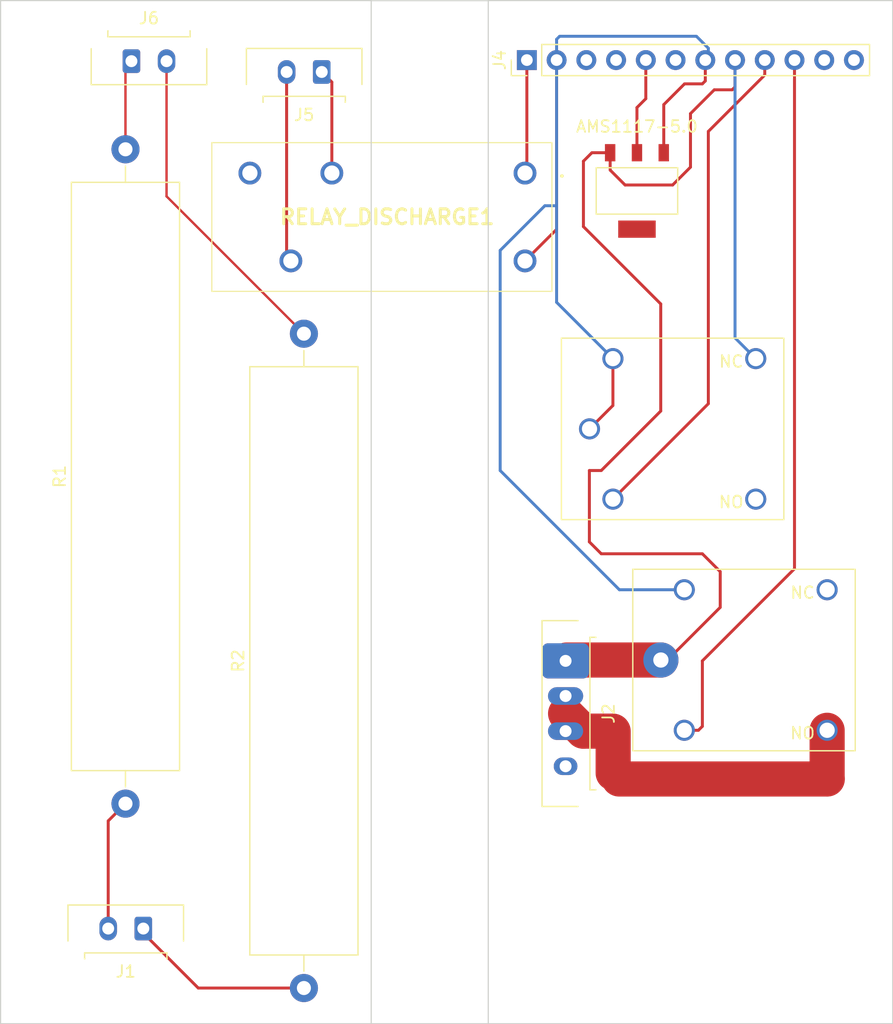
<source format=kicad_pcb>
(kicad_pcb (version 20211014) (generator pcbnew)
  (layers (0 "F.Cu" signal) (31 "B.Cu" signal) (34 "B.Paste" user) (35 "F.Paste" user) (36 "B.SilkS" user "B.Silkscreen") (37 "F.SilkS" user "F.Silkscreen") (38 "B.Mask" user) (39 "F.Mask" user) (44 "Edge.Cuts" user))
  (net 0 "")
  (net 1 "Net-(J1-Pad2)")
  (net 2 "TSMP+")
  (net 3 "Net-(J1-Pad1)")
  (net 4 "TSMP-")
  (net 5 "GND_HALL")
  (net 6 "PUMP_SIGNAL")
  (net 7 "HV_ACTIVE_JNC")
  (net 8 "HV+")
  (net 9 "R_DISCHARGE")
  (net 10 "RADIATOR_FAN")
  (net 11 "LV_FAN")
  (net 12 "FAN_PWR_LEFT")
  (net 13 "5V_HALL")
  (net 14 "HVD_INTERLOCK_IN")
  (net 15 "HVD_INTERLOCK_OUT")
  (net 16 "HALL")
  (net 17 "PUMP")
  (footprint "Connector_PinHeader_2.54mm:PinHeader_1x12_P2.54mm_Vertical" (layer "F.Cu") (at 120.137 69.088 90)
    (fp_text reference "J4" (at 0 -2.33 90) (layer "F.SilkS"))
    (fp_text value "Conn_01x12_Male")
    (fp_line (start -1.33 -1.33) (end 0 -1.33) (layer "F.SilkS") (width 0.12))
    (fp_line (start 1.33 1.27) (end 1.33 29.27) (layer "F.SilkS") (width 0.12))
    (fp_line (start -1.33 1.27) (end -1.33 29.27) (layer "F.SilkS") (width 0.12))
    (fp_line (start -1.33 1.27) (end 1.33 1.27) (layer "F.SilkS") (width 0.12))
    (fp_line (start -1.33 0) (end -1.33 -1.33) (layer "F.SilkS") (width 0.12))
    (fp_line (start -1.33 29.27) (end 1.33 29.27) (layer "F.SilkS") (width 0.12))
    (pad "1" thru_hole rect (at 0 0 90) (size 1.7 1.7) (drill 1) (layers *.Cu *.Mask) (net 7 "HV_ACTIVE_JNC"))
    (pad "2" thru_hole oval (at 0 2.54 90) (size 1.7 1.7) (drill 1) (layers *.Cu *.Mask) (net 5 "GND_HALL"))
    (pad "3" thru_hole oval (at 0 5.08 90) (size 1.7 1.7) (drill 1) (layers *.Cu *.Mask) (net 14 "HVD_INTERLOCK_IN"))
    (pad "4" thru_hole oval (at 0 7.62 90) (size 1.7 1.7) (drill 1) (layers *.Cu *.Mask) (net 15 "HVD_INTERLOCK_OUT"))
    (pad "5" thru_hole oval (at 0 10.16 90) (size 1.7 1.7) (drill 1) (layers *.Cu *.Mask) (net 13 "5V_HALL"))
    (pad "6" thru_hole oval (at 0 12.7 90) (size 1.7 1.7) (drill 1) (layers *.Cu *.Mask) (net 16 "HALL"))
    (pad "7" thru_hole oval (at 0 15.24 90) (size 1.7 1.7) (drill 1) (layers *.Cu *.Mask) (net 5 "GND_HALL"))
    (pad "8" thru_hole oval (at 0 17.78 90) (size 1.7 1.7) (drill 1) (layers *.Cu *.Mask) (net 6 "PUMP_SIGNAL"))
    (pad "9" thru_hole oval (at 0 20.32 90) (size 1.7 1.7) (drill 1) (layers *.Cu *.Mask) (net 17 "PUMP"))
    (pad "10" thru_hole oval (at 0 22.86 90) (size 1.7 1.7) (drill 1) (layers *.Cu *.Mask) (net 10 "RADIATOR_FAN"))
    (pad "11" thru_hole oval (at 0 25.4 90) (size 1.7 1.7) (drill 1) (layers *.Cu *.Mask))
    (pad "12" thru_hole oval (at 0 27.94 90) (size 1.7 1.7) (drill 1) (layers *.Cu *.Mask))
  )
  (footprint "Connector_Molex:Molex_Micro-Fit_3.0_43650-0215_1x02_P3.00mm_Vertical" (layer "F.Cu") (at 102.616 70.104 180)
    (fp_text reference "J5" (at 1.5 -3.67) (layer "F.SilkS"))
    (fp_text value "Conn_01x02_Male")
    (fp_line (start 5.015 -2.58) (end 4.995 -2.58) (layer "F.SilkS") (width 0.12))
    (fp_line (start -2.015 -2.08) (end 5.015 -2.08) (layer "F.SilkS") (width 0.12))
    (fp_line (start -1.995 -2.58) (end -2.015 -2.58) (layer "F.SilkS") (width 0.12))
    (fp_line (start -2.015 -2.58) (end -2.015 -2.08) (layer "F.SilkS") (width 0.12))
    (fp_line (start 5.015 -2.08) (end 5.015 -2.58) (layer "F.SilkS") (width 0.12))
    (fp_line (start 6.435 2.01) (end 6.435 -1.065) (layer "F.SilkS") (width 0.12))
    (fp_line (start -3.435 -1.065) (end -3.435 2.01) (layer "F.SilkS") (width 0.12))
    (fp_line (start -3.435 2.01) (end 6.435 2.01) (layer "F.SilkS") (width 0.12))
    (pad "" np_thru_hole circle (at -3 -1.96 180) (size 1.27 1.27) (drill 1.27) (layers *.Cu *.Mask))
    (pad "" np_thru_hole circle (at 6 -1.96 180) (size 1.27 1.27) (drill 1.27) (layers *.Cu *.Mask))
    (pad "1" thru_hole roundrect (at 0 0 180) (size 1.5 2.02) (drill 1.02) (layers *.Cu *.Mask) (roundrect_rratio 0.166667) (net 8 "HV+"))
    (pad "2" thru_hole oval (at 3 0 180) (size 1.5 2.02) (drill 1.02) (layers *.Cu *.Mask) (net 9 "R_DISCHARGE"))
  )
  (footprint "Resistor_THT:R_Axial_Power_L50.0mm_W9.0mm_P55.88mm" (layer "F.Cu") (at 101.092 148.336 90)
    (fp_text reference "R2" (at 27.94 -5.62 90) (layer "F.SilkS"))
    (fp_text value "10k")
    (fp_line (start 2.82 -4.62) (end 2.82 4.62) (layer "F.SilkS") (width 0.12))
    (fp_line (start 53.06 4.62) (end 53.06 -4.62) (layer "F.SilkS") (width 0.12))
    (fp_line (start 53.06 -4.62) (end 2.82 -4.62) (layer "F.SilkS") (width 0.12))
    (fp_line (start 2.82 4.62) (end 53.06 4.62) (layer "F.SilkS") (width 0.12))
    (fp_line (start 54.44 0) (end 53.06 0) (layer "F.SilkS") (width 0.12))
    (fp_line (start 1.44 0) (end 2.82 0) (layer "F.SilkS") (width 0.12))
    (pad "1" thru_hole circle (at 0 0 90) (size 2.4 2.4) (drill 1.2) (layers *.Cu *.Mask) (net 3 "Net-(J1-Pad1)"))
    (pad "2" thru_hole oval (at 55.88 0 90) (size 2.4 2.4) (drill 1.2) (layers *.Cu *.Mask) (net 4 "TSMP-"))
  )
  (footprint "Connector_Molex:Molex_Micro-Fit_3.0_43650-0415_1x04_P3.00mm_Vertical" (layer "F.Cu") (at 123.444 120.396 -90)
    (fp_text reference "J2" (at 4.5 -3.67 90) (layer "F.SilkS"))
    (fp_text value "Conn_01x04_Male")
    (fp_line (start -2.015 -2.58) (end -2.015 -2.08) (layer "F.SilkS") (width 0.12))
    (fp_line (start 12.435 2.01) (end 12.435 -1.065) (layer "F.SilkS") (width 0.12))
    (fp_line (start 11.015 -2.08) (end 11.015 -2.58) (layer "F.SilkS") (width 0.12))
    (fp_line (start -2.015 -2.08) (end 11.015 -2.08) (layer "F.SilkS") (width 0.12))
    (fp_line (start -3.435 2.01) (end 12.435 2.01) (layer "F.SilkS") (width 0.12))
    (fp_line (start 11.015 -2.58) (end 10.995 -2.58) (layer "F.SilkS") (width 0.12))
    (fp_line (start -3.435 -1.065) (end -3.435 2.01) (layer "F.SilkS") (width 0.12))
    (fp_line (start -1.995 -2.58) (end -2.015 -2.58) (layer "F.SilkS") (width 0.12))
    (pad "" np_thru_hole circle (at 12 -1.96 270) (size 1.27 1.27) (drill 1.27) (layers *.Cu *.Mask))
    (pad "" np_thru_hole circle (at -3 -1.96 270) (size 1.27 1.27) (drill 1.27) (layers *.Cu *.Mask))
    (pad "1" thru_hole roundrect (at 0 0 270) (size 3 4) (drill 1.02) (layers *.Cu *.Mask) (roundrect_rratio 0.166667) (net 11 "LV_FAN"))
    (pad "2" thru_hole oval (at 3 0 270) (size 1.5 3) (drill 1.02) (layers *.Cu *.Mask) (net 12 "FAN_PWR_LEFT"))
    (pad "3" thru_hole oval (at 6 0 270) (size 1.5 3) (drill 1.02) (layers *.Cu *.Mask) (net 12 "FAN_PWR_LEFT"))
    (pad "4" thru_hole oval (at 9 0 270) (size 1.5 2.02) (drill 1.02) (layers *.Cu *.Mask))
  )
  (footprint "Goolgle_Drive_Library:G2RL112DC" (layer "F.Cu") (at 119.979 78.74 180)
    (fp_text reference "RELAY_DISCHARGE1" (at 11.775 -3.75) (layer "F.SilkS") (effects (font (size 1.27 1.27) (thickness 0.254))))
    (fp_text value "G2RL-1_12DC" hide)
    (fp_line (start -3.2 -0.25) (end -3.2 -0.25) (layer "F.SilkS") (width 0.2))
    (fp_line (start -2.3 2.6) (end -2.3 -10.1) (layer "F.SilkS") (width 0.1))
    (fp_line (start -3.2 -0.25) (end -3.2 -0.25) (layer "F.SilkS") (width 0.2))
    (fp_line (start -2.3 -10.1) (end 26.75 -10.1) (layer "F.SilkS") (width 0.1))
    (fp_line (start 26.75 -10.1) (end 26.75 2.6) (layer "F.SilkS") (width 0.1))
    (fp_line (start -3.1 -0.25) (end -3.1 -0.25) (layer "F.SilkS") (width 0.2))
    (fp_line (start 26.75 2.6) (end -2.3 2.6) (layer "F.SilkS") (width 0.1))
    (fp_arc (start -3.1 -0.25) (mid -3.15 -0.2) (end -3.2 -0.25) (layer "F.SilkS") (width 0.2))
    (fp_arc (start -3.1 -0.25) (mid -3.15 -0.2) (end -3.2 -0.25) (layer "F.SilkS") (width 0.2))
    (fp_arc (start -3.2 -0.25) (mid -3.15 -0.3) (end -3.1 -0.25) (layer "F.SilkS") (width 0.2))
    (pad "1" thru_hole circle locked (at 0 0 180) (size 1.95 1.95) (drill 1.3) (layers *.Cu *.Mask) (net 7 "HV_ACTIVE_JNC"))
    (pad "2" thru_hole circle locked (at 16.5 0 180) (size 1.95 1.95) (drill 1.3) (layers *.Cu *.Mask) (net 8 "HV+"))
    (pad "3" thru_hole circle locked (at 23.5 0 180) (size 1.95 1.95) (drill 1.3) (layers *.Cu *.Mask))
    (pad "4" thru_hole circle locked (at 20 -7.5 180) (size 1.95 1.95) (drill 1.3) (layers *.Cu *.Mask) (net 9 "R_DISCHARGE"))
    (pad "5" thru_hole circle locked (at 0 -7.5 180) (size 1.95 1.95) (drill 1.3) (layers *.Cu *.Mask) (net 5 "GND_HALL"))
  )
  (footprint "Goolgle_Drive_Library:HR702NH-DC12V" (layer "F.Cu") (at 123.088 92.834)
    (fp_text reference "K2" hide)
    (fp_text value "HR702NH-DC12V")
    (fp_text user "NC" (at 14.5 2 unlocked) (layer "F.SilkS"))
    (fp_text user "NO" (at 14.5 14 unlocked) (layer "F.SilkS"))
    (fp_rect (start 0 0) (end 19 15.5) (layer "F.SilkS") (width 0.12) (fill none))
    (pad "1" thru_hole circle (at 16.6 13.75) (size 1.8 1.8) (drill 1.3) (layers *.Cu *.Mask))
    (pad "2" thru_hole circle (at 4.4 13.75) (size 1.8 1.8) (drill 1.3) (layers *.Cu *.Mask) (net 17 "PUMP"))
    (pad "6" thru_hole circle (at 4.4 1.75) (size 1.8 1.8) (drill 1.3) (layers *.Cu *.Mask) (net 5 "GND_HALL"))
    (pad "7" thru_hole circle (at 2.4 7.75) (size 1.8 1.8) (drill 1.3) (layers *.Cu *.Mask) (net 5 "GND_HALL"))
    (pad "14" thru_hole circle (at 16.6 1.75) (size 1.8 1.8) (drill 1.3) (layers *.Cu *.Mask "F.Adhes") (net 6 "PUMP_SIGNAL"))
  )
  (footprint "Goolgle_Drive_Library:AMS1117-5.0" (layer "F.Cu") (at 129.54 80.264 180)
    (fp_text reference "U2" hide)
    (fp_text value "AMS1117-5.0" (at 0 5.5) (layer "F.SilkS"))
    (fp_line (start -3.4798 -1.9812) (end -3.4798 1.9812) (layer "F.SilkS") (width 0.12))
    (fp_line (start 3.4798 -1.9812) (end -3.4798 -1.9812) (layer "F.SilkS") (width 0.12))
    (fp_line (start -3.4798 1.9812) (end 3.4798 1.9812) (layer "F.SilkS") (width 0.12))
    (fp_line (start 3.4798 1.9812) (end 3.4798 -1.9812) (layer "F.SilkS") (width 0.12))
    (pad "1" smd rect (at -2.29 3.2639 180) (size 0.889 1.4732) (layers "F.Cu" "F.Paste" "F.Mask") (net 5 "GND_HALL"))
    (pad "2" smd rect (at 0 3.2639 180) (size 0.889 1.4732) (layers "F.Cu" "F.Paste" "F.Mask") (net 13 "5V_HALL"))
    (pad "3" smd rect (at 2.29 3.2639 180) (size 0.889 1.4732) (layers "F.Cu" "F.Paste" "F.Mask") (net 11 "LV_FAN"))
    (pad "4" smd rect (at 0 -3.2639 180) (size 3.2004 1.4732) (layers "F.Cu" "F.Paste" "F.Mask"))
  )
  (footprint "Connector_Molex:Molex_Micro-Fit_3.0_43650-0215_1x02_P3.00mm_Vertical" (layer "F.Cu") (at 87.376 143.256 180)
    (fp_text reference "J1" (at 1.5 -3.67) (layer "F.SilkS"))
    (fp_text value "Conn_01x02_Male")
    (fp_line (start -2.015 -2.58) (end -2.015 -2.08) (layer "F.SilkS") (width 0.12))
    (fp_line (start 5.015 -2.58) (end 4.995 -2.58) (layer "F.SilkS") (width 0.12))
    (fp_line (start -3.435 2.01) (end 6.435 2.01) (layer "F.SilkS") (width 0.12))
    (fp_line (start -1.995 -2.58) (end -2.015 -2.58) (layer "F.SilkS") (width 0.12))
    (fp_line (start 6.435 2.01) (end 6.435 -1.065) (layer "F.SilkS") (width 0.12))
    (fp_line (start 5.015 -2.08) (end 5.015 -2.58) (layer "F.SilkS") (width 0.12))
    (fp_line (start -3.435 -1.065) (end -3.435 2.01) (layer "F.SilkS") (width 0.12))
    (fp_line (start -2.015 -2.08) (end 5.015 -2.08) (layer "F.SilkS") (width 0.12))
    (pad "" np_thru_hole circle (at 6 -1.96 180) (size 1.27 1.27) (drill 1.27) (layers *.Cu *.Mask))
    (pad "" np_thru_hole circle (at -3 -1.96 180) (size 1.27 1.27) (drill 1.27) (layers *.Cu *.Mask))
    (pad "1" thru_hole roundrect (at 0 0 180) (size 1.5 2.02) (drill 1.02) (layers *.Cu *.Mask) (roundrect_rratio 0.166667) (net 3 "Net-(J1-Pad1)"))
    (pad "2" thru_hole oval (at 3 0 180) (size 1.5 2.02) (drill 1.02) (layers *.Cu *.Mask) (net 1 "Net-(J1-Pad2)"))
  )
  (footprint "Connector_Molex:Molex_Micro-Fit_3.0_43650-0215_1x02_P3.00mm_Vertical" (layer "F.Cu") (at 86.36 69.181)
    (fp_text reference "J6" (at 1.5 -3.67) (layer "F.SilkS"))
    (fp_text value "Conn_01x02_Female")
    (fp_line (start 6.435 2.01) (end 6.435 -1.065) (layer "F.SilkS") (width 0.12))
    (fp_line (start -3.435 -1.065) (end -3.435 2.01) (layer "F.SilkS") (width 0.12))
    (fp_line (start -2.015 -2.58) (end -2.015 -2.08) (layer "F.SilkS") (width 0.12))
    (fp_line (start -2.015 -2.08) (end 5.015 -2.08) (layer "F.SilkS") (width 0.12))
    (fp_line (start 5.015 -2.08) (end 5.015 -2.58) (layer "F.SilkS") (width 0.12))
    (fp_line (start -1.995 -2.58) (end -2.015 -2.58) (layer "F.SilkS") (width 0.12))
    (fp_line (start 5.015 -2.58) (end 4.995 -2.58) (layer "F.SilkS") (width 0.12))
    (fp_line (start -3.435 2.01) (end 6.435 2.01) (layer "F.SilkS") (width 0.12))
    (pad "" np_thru_hole circle (at 6 -1.96) (size 1.27 1.27) (drill 1.27) (layers *.Cu *.Mask))
    (pad "" np_thru_hole circle (at -3 -1.96) (size 1.27 1.27) (drill 1.27) (layers *.Cu *.Mask))
    (pad "1" thru_hole roundrect (at 0 0) (size 1.5 2.02) (drill 1.02) (layers *.Cu *.Mask) (roundrect_rratio 0.166667) (net 2 "TSMP+"))
    (pad "2" thru_hole oval (at 3 0) (size 1.5 2.02) (drill 1.02) (layers *.Cu *.Mask) (net 4 "TSMP-"))
  )
  (footprint "Goolgle_Drive_Library:HR702NH-DC12V" (layer "F.Cu") (at 129.184 112.574)
    (fp_text reference "K3" hide)
    (fp_text value "HR702NH-DC12V")
    (fp_text user "NC" (at 14.5 2 unlocked) (layer "F.SilkS"))
    (fp_text user "NO" (at 14.5 14 unlocked) (layer "F.SilkS"))
    (fp_rect (start 0 0) (end 19 15.5) (layer "F.SilkS") (width 0.12) (fill none))
    (pad "1" thru_hole circle (at 16.6 13.75) (size 1.8 1.8) (drill 1.3) (layers *.Cu *.Mask) (net 12 "FAN_PWR_LEFT"))
    (pad "2" thru_hole circle (at 4.4 13.75) (size 1.8 1.8) (drill 1.3) (layers *.Cu *.Mask) (net 10 "RADIATOR_FAN"))
    (pad "6" thru_hole circle (at 4.4 1.75) (size 1.8 1.8) (drill 1.3) (layers *.Cu *.Mask) (net 5 "GND_HALL"))
    (pad "7" thru_hole circle (at 2.4 7.75) (size 3 3) (drill 1.3) (layers *.Cu *.Mask) (net 11 "LV_FAN"))
    (pad "14" thru_hole circle (at 16.6 1.75) (size 1.8 1.8) (drill 1.3) (layers *.Cu *.Mask "F.Adhes"))
  )
  (footprint "Resistor_THT:R_Axial_Power_L50.0mm_W9.0mm_P55.88mm" (layer "F.Cu") (at 85.852 132.588 90)
    (fp_text reference "R1" (at 27.94 -5.62 90) (layer "F.SilkS"))
    (fp_text value "10k")
    (fp_line (start 1.44 0) (end 2.82 0) (layer "F.SilkS") (width 0.12))
    (fp_line (start 2.82 4.62) (end 53.06 4.62) (layer "F.SilkS") (width 0.12))
    (fp_line (start 54.44 0) (end 53.06 0) (layer "F.SilkS") (width 0.12))
    (fp_line (start 53.06 -4.62) (end 2.82 -4.62) (layer "F.SilkS") (width 0.12))
    (fp_line (start 53.06 4.62) (end 53.06 -4.62) (layer "F.SilkS") (width 0.12))
    (fp_line (start 2.82 -4.62) (end 2.82 4.62) (layer "F.SilkS") (width 0.12))
    (pad "1" thru_hole circle (at 0 0 90) (size 2.4 2.4) (drill 1.2) (layers *.Cu *.Mask) (net 1 "Net-(J1-Pad2)"))
    (pad "2" thru_hole oval (at 55.88 0 90) (size 2.4 2.4) (drill 1.2) (layers *.Cu *.Mask) (net 2 "TSMP+"))
  )
  (gr_rect (start 106.84 64.008) (end 116.84 151.384) (layer "Edge.Cuts") (width 0.1) (fill none))
  (gr_rect (start 75.184 64.008) (end 151.384 151.384) (layer "Edge.Cuts") (width 0.1) (fill none))
  (segment (start 84.376 134.064) (end 84.376 143.256) (width 0.25) (layer "F.Cu") (net 1))
  (segment (start 85.852 132.588) (end 84.376 134.064) (width 0.25) (layer "F.Cu") (net 1))
  (segment (start 86.36 69.181) (end 85.852 69.689) (width 0.2) (layer "F.Cu") (net 2))
  (segment (start 85.852 69.689) (end 85.852 76.708) (width 0.2) (layer "F.Cu") (net 2))
  (segment (start 86.36 69.181) (end 86.868 69.689) (width 0.2) (layer "F.Cu") (net 2))
  (segment (start 87.376 143.256) (end 87.376 143.643679) (width 0.25) (layer "F.Cu") (net 3))
  (segment (start 92.068321 148.336) (end 101.092 148.336) (width 0.25) (layer "F.Cu") (net 3))
  (segment (start 87.376 143.643679) (end 92.068321 148.336) (width 0.25) (layer "F.Cu") (net 3))
  (segment (start 101.092 92.456) (end 89.36 80.724) (width 0.2) (layer "F.Cu") (net 4))
  (segment (start 89.36 80.724) (end 89.36 69.181) (width 0.2) (layer "F.Cu") (net 4))
  (segment (start 125.488 100.584) (end 127.488 98.584) (width 0.25) (layer "F.Cu") (net 5))
  (segment (start 131.83 77.0001) (end 131.83 72.894) (width 0.25) (layer "F.Cu") (net 5))
  (segment (start 122.677 83.542) (end 122.677 69.088) (width 0.25) (layer "F.Cu") (net 5))
  (segment (start 127.488 98.584) (end 127.488 94.584) (width 0.25) (layer "F.Cu") (net 5))
  (segment (start 119.979 86.24) (end 122.677 83.542) (width 0.25) (layer "F.Cu") (net 5))
  (segment (start 133.604 71.12) (end 135.128 71.12) (width 0.25) (layer "F.Cu") (net 5))
  (segment (start 131.83 72.894) (end 133.604 71.12) (width 0.25) (layer "F.Cu") (net 5))
  (segment (start 135.128 71.12) (end 135.377 70.871) (width 0.25) (layer "F.Cu") (net 5))
  (segment (start 135.377 70.871) (end 135.377 69.088) (width 0.25) (layer "F.Cu") (net 5))
  (segment (start 135.636 68.829) (end 135.377 69.088) (width 0.25) (layer "B.Cu") (net 5))
  (segment (start 122.677 81.529) (end 122.677 89.773) (width 0.25) (layer "B.Cu") (net 5))
  (segment (start 122.936 67.056) (end 134.62 67.056) (width 0.25) (layer "B.Cu") (net 5))
  (segment (start 135.636 68.072) (end 135.636 68.829) (width 0.25) (layer "B.Cu") (net 5))
  (segment (start 134.62 67.056) (end 135.636 68.072) (width 0.25) (layer "B.Cu") (net 5))
  (segment (start 122.677 69.088) (end 122.677 81.529) (width 0.25) (layer "B.Cu") (net 5))
  (segment (start 122.677 67.315) (end 122.936 67.056) (width 0.25) (layer "B.Cu") (net 5))
  (segment (start 117.856 104.14) (end 128.04 114.324) (width 0.25) (layer "B.Cu") (net 5))
  (segment (start 122.677 69.088) (end 122.677 67.315) (width 0.25) (layer "B.Cu") (net 5))
  (segment (start 122.677 89.773) (end 127.488 94.584) (width 0.25) (layer "B.Cu") (net 5))
  (segment (start 121.671 81.529) (end 117.856 85.344) (width 0.25) (layer "B.Cu") (net 5))
  (segment (start 122.677 81.529) (end 121.671 81.529) (width 0.25) (layer "B.Cu") (net 5))
  (segment (start 128.04 114.324) (end 133.584 114.324) (width 0.25) (layer "B.Cu") (net 5))
  (segment (start 117.856 85.344) (end 117.856 104.14) (width 0.25) (layer "B.Cu") (net 5))
  (segment (start 137.917 92.813) (end 139.688 94.584) (width 0.25) (layer "B.Cu") (net 6))
  (segment (start 137.917 69.088) (end 137.917 92.813) (width 0.25) (layer "B.Cu") (net 6))
  (segment (start 120.137 78.896) (end 119.979 79.054) (width 0.25) (layer "F.Cu") (net 7))
  (segment (start 120.137 69.088) (end 120.137 78.896) (width 0.25) (layer "F.Cu") (net 7))
  (segment (start 102.616 70.104) (end 103.479 70.967) (width 0.25) (layer "F.Cu") (net 8))
  (segment (start 103.479 70.967) (end 103.479 79.054) (width 0.25) (layer "F.Cu") (net 8))
  (segment (start 99.616 86.191) (end 99.979 86.554) (width 0.25) (layer "F.Cu") (net 9))
  (segment (start 99.616 70.104) (end 99.616 86.191) (width 0.25) (layer "F.Cu") (net 9))
  (segment (start 142.997 69.088) (end 142.997 112.527) (width 0.25) (layer "F.Cu") (net 10))
  (segment (start 142.997 112.527) (end 135.128 120.396) (width 0.25) (layer "F.Cu") (net 10))
  (segment (start 135.128 120.396) (end 135.128 125.984) (width 0.25) (layer "F.Cu") (net 10))
  (segment (start 134.788 126.324) (end 133.584 126.324) (width 0.25) (layer "F.Cu") (net 10))
  (segment (start 135.128 125.984) (end 134.788 126.324) (width 0.25) (layer "F.Cu") (net 10))
  (segment (start 126.492 104.14) (end 125.476 104.14) (width 0.25) (layer "F.Cu") (net 11))
  (segment (start 123.444 120.396) (end 123.516 120.324) (width 0.25) (layer "F.Cu") (net 11))
  (segment (start 124.968 83.312) (end 131.572 89.916) (width 0.25) (layer "F.Cu") (net 11))
  (segment (start 127.25 78.482) (end 128.524 79.756) (width 0.25) (layer "F.Cu") (net 11))
  (segment (start 125.476 110.236) (end 126.492 111.252) (width 0.25) (layer "F.Cu") (net 11))
  (segment (start 131.572 89.916) (end 131.572 99.06) (width 0.25) (layer "F.Cu") (net 11))
  (segment (start 137.917 71.379) (end 137.917 69.088) (width 0.25) (layer "F.Cu") (net 11))
  (segment (start 131.572 99.06) (end 126.492 104.14) (width 0.25) (layer "F.Cu") (net 11))
  (segment (start 137.668 71.628) (end 137.917 71.379) (width 0.25) (layer "F.Cu") (net 11))
  (segment (start 136.144 71.628) (end 137.668 71.628) (width 0.25) (layer "F.Cu") (net 11))
  (segment (start 132.588 79.756) (end 134.112 78.232) (width 0.25) (layer "F.Cu") (net 11))
  (segment (start 136.652 115.824) (end 132.152 120.324) (width 0.25) (layer "F.Cu") (net 11))
  (segment (start 126.492 111.252) (end 135.128 111.252) (width 0.25) (layer "F.Cu") (net 11))
  (segment (start 123.516 120.324) (end 131.584 120.324) (width 3) (layer "F.Cu") (net 11))
  (segment (start 127.25 77.0001) (end 127.25 78.482) (width 0.25) (layer "F.Cu") (net 11))
  (segment (start 124.968 77.724) (end 124.968 83.312) (width 0.25) (layer "F.Cu") (net 11))
  (segment (start 132.152 120.324) (end 131.584 120.324) (width 0.25) (layer "F.Cu") (net 11))
  (segment (start 134.112 73.66) (end 136.144 71.628) (width 0.25) (layer "F.Cu") (net 11))
  (segment (start 125.476 104.14) (end 125.476 110.236) (width 0.25) (layer "F.Cu") (net 11))
  (segment (start 134.112 78.232) (end 134.112 73.66) (width 0.25) (layer "F.Cu") (net 11))
  (segment (start 136.652 112.776) (end 136.652 115.824) (width 0.25) (layer "F.Cu") (net 11))
  (segment (start 127.25 77.0001) (end 125.6919 77.0001) (width 0.25) (layer "F.Cu") (net 11))
  (segment (start 125.6919 77.0001) (end 124.968 77.724) (width 0.25) (layer "F.Cu") (net 11))
  (segment (start 128.524 79.756) (end 132.588 79.756) (width 0.25) (layer "F.Cu") (net 11))
  (segment (start 135.128 111.252) (end 136.652 112.776) (width 0.25) (layer "F.Cu") (net 11))
  (segment (start 128.016 130.484) (end 127.508 129.976) (width 0.25) (layer "F.Cu") (net 12))
  (segment (start 127.508 126.42) (end 127.484 126.396) (width 0.25) (layer "F.Cu") (net 12))
  (segment (start 127.508 129.976) (end 127.508 126.42) (width 3) (layer "F.Cu") (net 12))
  (segment (start 124.944 126.396) (end 123.444 124.896) (width 3) (layer "F.Cu") (net 12))
  (segment (start 145.784 126.324) (end 145.784 130.472) (width 3) (layer "F.Cu") (net 12))
  (segment (start 145.796 130.484) (end 128.016 130.484) (width 3) (layer "F.Cu") (net 12))
  (segment (start 127.484 126.396) (end 124.944 126.396) (width 3) (layer "F.Cu") (net 12))
  (segment (start 145.784 130.472) (end 145.796 130.484) (width 0.25) (layer "F.Cu") (net 12))
  (segment (start 129.54 73.142) (end 129.54 77.0001) (width 0.25) (layer "F.Cu") (net 13))
  (segment (start 130.297 72.385) (end 129.54 73.142) (width 0.25) (layer "F.Cu") (net 13))
  (segment (start 130.297 72.385) (end 130.297 69.088) (width 0.25) (layer "F.Cu") (net 13))
  (segment (start 140.457 70.363) (end 135.636 75.184) (width 0.25) (layer "F.Cu") (net 17))
  (segment (start 135.636 98.436) (end 127.488 106.584) (width 0.25) (layer "F.Cu") (net 17))
  (segment (start 140.457 69.088) (end 140.457 70.363) (width 0.25) (layer "F.Cu") (net 17))
  (segment (start 135.636 75.184) (end 135.636 98.436) (width 0.25) (layer "F.Cu") (net 17))
)
</source>
